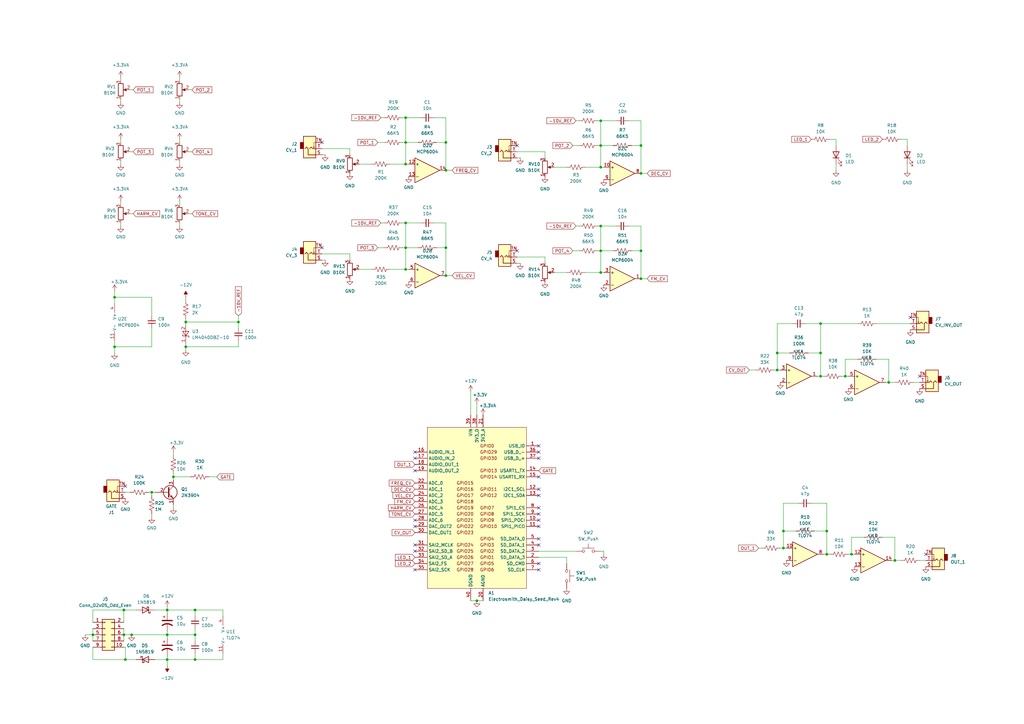
<source format=kicad_sch>
(kicad_sch (version 20231120) (generator "eeschema") (generator_version "8.0")
  (paper "A3")
  (title_block (title "DrumDrum") (date "2024-03-23"))
  (junction (at 80.01 250.19))
  (junction (at 339.09 217.805))
  (junction (at 262.89 59.69))
  (junction (at 262.89 114.3))
  (junction (at 38.1 260.35))
  (junction (at 262.89 102.87))
  (junction (at 46.99 142.24))
  (junction (at 246.38 59.69))
  (junction (at 166.37 58.42))
  (junction (at 182.88 101.6))
  (junction (at 50.8 250.19))
  (junction (at 166.37 110.49))
  (junction (at 97.79 132.08))
  (junction (at 53.975 260.35))
  (junction (at 80.01 260.35))
  (junction (at 80.01 270.51))
  (junction (at 321.31 217.805))
  (junction (at 262.89 71.12))
  (junction (at 318.77 144.78))
  (junction (at 336.55 154.305))
  (junction (at 349.25 227.33))
  (junction (at 336.55 144.78))
  (junction (at 246.38 111.76))
  (junction (at 336.55 132.715))
  (junction (at 68.58 260.35))
  (junction (at 46.99 121.92))
  (junction (at 364.49 156.845))
  (junction (at 50.8 260.35))
  (junction (at 166.37 48.26))
  (junction (at 76.2 132.08))
  (junction (at 195.58 246.38))
  (junction (at 246.38 68.58))
  (junction (at 367.03 229.87))
  (junction (at 76.2 142.24))
  (junction (at 68.58 270.51))
  (junction (at 62.23 201.93))
  (junction (at 246.38 92.71))
  (junction (at 339.09 227.33))
  (junction (at 71.12 195.58))
  (junction (at 166.37 101.6))
  (junction (at 246.38 102.87))
  (junction (at 346.71 154.305))
  (junction (at 318.77 151.765))
  (junction (at 182.88 58.42))
  (junction (at 166.37 67.31))
  (junction (at 68.58 250.19))
  (junction (at 166.37 91.44))
  (junction (at 246.38 49.53))
  (junction (at 321.31 224.79))
  (junction (at 51.435 270.51))
  (junction (at 182.88 113.03))
  (junction (at 182.88 69.85))
  (no_connect (at 132.08 58.42))
  (no_connect (at 170.18 185.42))
  (no_connect (at 220.98 213.36))
  (no_connect (at 220.98 200.66))
  (no_connect (at 220.98 223.52))
  (no_connect (at 170.18 193.04))
  (no_connect (at 379.73 227.33))
  (no_connect (at 170.18 215.9))
  (no_connect (at 170.18 223.52))
  (no_connect (at 220.98 208.28))
  (no_connect (at 220.98 233.68))
  (no_connect (at 220.98 210.82))
  (no_connect (at 170.18 233.68))
  (no_connect (at 377.19 154.305))
  (no_connect (at 373.38 130.175))
  (no_connect (at 220.98 231.14))
  (no_connect (at 212.09 59.69))
  (no_connect (at 170.18 187.96))
  (no_connect (at 220.98 195.58))
  (no_connect (at 220.98 220.98))
  (no_connect (at 132.08 101.6))
  (no_connect (at 220.98 182.88))
  (no_connect (at 170.18 226.06))
  (no_connect (at 212.09 102.87))
  (no_connect (at 220.98 203.2))
  (no_connect (at 220.98 215.9))
  (no_connect (at 220.98 187.96))
  (no_connect (at 220.98 185.42))
  (no_connect (at 170.18 213.36))
  (no_connect (at 51.435 199.39))
  (wire (pts (xy 53.975 260.35) (xy 68.58 260.35)))
  (wire (pts (xy 165.1 101.6) (xy 166.37 101.6)))
  (wire (pts (xy 334.01 217.805) (xy 339.09 217.805)))
  (wire (pts (xy 223.52 107.95) (xy 223.52 105.41)))
  (wire (pts (xy 336.55 154.305) (xy 337.82 154.305)))
  (wire (pts (xy 132.08 104.14) (xy 143.51 104.14)))
  (wire (pts (xy 367.03 229.87) (xy 365.76 229.87)))
  (wire (pts (xy 73.66 67.31) (xy 73.66 66.04)))
  (wire (pts (xy 262.89 114.3) (xy 265.43 114.3)))
  (wire (pts (xy 342.9 59.69) (xy 342.9 57.15)))
  (wire (pts (xy 133.35 106.68) (xy 132.08 106.68)))
  (wire (pts (xy 71.12 195.58) (xy 78.105 195.58)))
  (wire (pts (xy 321.31 224.79) (xy 322.58 224.79)))
  (wire (pts (xy 80.01 257.81) (xy 80.01 260.35)))
  (wire (pts (xy 80.01 250.19) (xy 68.58 250.19)))
  (wire (pts (xy 49.53 82.55) (xy 49.53 83.82)))
  (wire (pts (xy 321.31 217.805) (xy 321.31 224.79)))
  (wire (pts (xy 68.58 251.46) (xy 68.58 250.19)))
  (wire (pts (xy 143.51 63.5) (xy 143.51 60.96)))
  (wire (pts (xy 195.58 246.38) (xy 193.04 246.38)))
  (wire (pts (xy 91.44 267.97) (xy 91.44 270.51)))
  (wire (pts (xy 49.53 57.15) (xy 49.53 58.42)))
  (wire (pts (xy 166.37 91.44) (xy 166.37 101.6)))
  (wire (pts (xy 330.2 132.715) (xy 336.55 132.715)))
  (wire (pts (xy 223.52 64.77) (xy 223.52 62.23)))
  (wire (pts (xy 165.1 48.26) (xy 166.37 48.26)))
  (wire (pts (xy 307.34 151.765) (xy 309.88 151.765)))
  (wire (pts (xy 246.38 111.76) (xy 247.65 111.76)))
  (wire (pts (xy 346.71 154.305) (xy 347.98 154.305)))
  (wire (pts (xy 246.38 59.69) (xy 251.46 59.69)))
  (wire (pts (xy 247.65 226.06) (xy 246.38 226.06)))
  (wire (pts (xy 85.725 195.58) (xy 88.9 195.58)))
  (wire (pts (xy 246.38 102.87) (xy 251.46 102.87)))
  (wire (pts (xy 339.09 227.33) (xy 337.82 227.33)))
  (wire (pts (xy 367.03 229.87) (xy 369.57 229.87)))
  (wire (pts (xy 166.37 58.42) (xy 166.37 67.31)))
  (wire (pts (xy 327.66 206.375) (xy 321.31 206.375)))
  (wire (pts (xy 336.55 132.715) (xy 351.79 132.715)))
  (wire (pts (xy 97.79 142.24) (xy 76.2 142.24)))
  (wire (pts (xy 198.12 246.38) (xy 195.58 246.38)))
  (wire (pts (xy 262.89 102.87) (xy 259.08 102.87)))
  (wire (pts (xy 318.77 132.715) (xy 318.77 144.78)))
  (wire (pts (xy 166.37 48.26) (xy 166.37 58.42)))
  (wire (pts (xy 51.435 265.43) (xy 51.435 270.51)))
  (wire (pts (xy 62.23 203.2) (xy 62.23 201.93)))
  (wire (pts (xy 339.09 206.375) (xy 339.09 217.805)))
  (wire (pts (xy 346.71 147.32) (xy 346.71 154.305)))
  (wire (pts (xy 166.37 67.31) (xy 167.64 67.31)))
  (wire (pts (xy 257.81 49.53) (xy 262.89 49.53)))
  (wire (pts (xy 367.03 220.345) (xy 367.03 229.87)))
  (wire (pts (xy 359.41 147.32) (xy 364.49 147.32)))
  (wire (pts (xy 246.38 92.71) (xy 252.73 92.71)))
  (wire (pts (xy 364.49 156.845) (xy 367.03 156.845)))
  (wire (pts (xy 347.98 227.33) (xy 349.25 227.33)))
  (wire (pts (xy 68.58 270.51) (xy 68.58 273.05)))
  (wire (pts (xy 166.37 48.26) (xy 172.72 48.26)))
  (wire (pts (xy 232.41 228.6) (xy 232.41 231.14)))
  (wire (pts (xy 213.36 107.95) (xy 212.09 107.95)))
  (wire (pts (xy 50.8 257.81) (xy 50.8 260.35)))
  (wire (pts (xy 212.09 62.23) (xy 223.52 62.23)))
  (wire (pts (xy 262.89 71.12) (xy 265.43 71.12)))
  (wire (pts (xy 165.1 58.42) (xy 166.37 58.42)))
  (wire (pts (xy 246.38 49.53) (xy 252.73 49.53)))
  (wire (pts (xy 195.58 165.735) (xy 195.58 170.18)))
  (wire (pts (xy 182.88 58.42) (xy 179.07 58.42)))
  (wire (pts (xy 245.11 102.87) (xy 246.38 102.87)))
  (wire (pts (xy 46.99 142.24) (xy 62.23 142.24)))
  (wire (pts (xy 46.99 121.92) (xy 46.99 124.46)))
  (wire (pts (xy 364.49 156.845) (xy 363.22 156.845)))
  (wire (pts (xy 80.01 250.19) (xy 91.44 250.19)))
  (wire (pts (xy 220.98 228.6) (xy 232.41 228.6)))
  (wire (pts (xy 50.8 260.35) (xy 50.8 262.89)))
  (wire (pts (xy 50.8 265.43) (xy 51.435 265.43)))
  (wire (pts (xy 262.89 71.12) (xy 262.89 59.69)))
  (wire (pts (xy 49.53 92.71) (xy 49.53 91.44)))
  (wire (pts (xy 237.49 49.53) (xy 236.22 49.53)))
  (wire (pts (xy 73.66 41.91) (xy 73.66 40.64)))
  (wire (pts (xy 372.11 57.15) (xy 369.57 57.15)))
  (wire (pts (xy 166.37 91.44) (xy 172.72 91.44)))
  (wire (pts (xy 342.9 69.85) (xy 342.9 67.31)))
  (wire (pts (xy 349.25 227.33) (xy 350.52 227.33)))
  (wire (pts (xy 68.58 248.92) (xy 68.58 250.19)))
  (wire (pts (xy 245.11 59.69) (xy 246.38 59.69)))
  (wire (pts (xy 68.58 250.19) (xy 63.5 250.19)))
  (wire (pts (xy 165.1 91.44) (xy 166.37 91.44)))
  (wire (pts (xy 339.09 217.805) (xy 339.09 227.33)))
  (wire (pts (xy 354.33 220.345) (xy 349.25 220.345)))
  (wire (pts (xy 326.39 217.805) (xy 321.31 217.805)))
  (wire (pts (xy 80.01 267.97) (xy 80.01 270.51)))
  (wire (pts (xy 133.35 63.5) (xy 132.08 63.5)))
  (wire (pts (xy 97.79 139.7) (xy 97.79 142.24)))
  (wire (pts (xy 54.61 87.63) (xy 53.34 87.63)))
  (wire (pts (xy 361.95 220.345) (xy 367.03 220.345)))
  (wire (pts (xy 166.37 101.6) (xy 166.37 110.49)))
  (wire (pts (xy 80.01 270.51) (xy 68.58 270.51)))
  (wire (pts (xy 379.73 229.87) (xy 377.19 229.87)))
  (wire (pts (xy 193.04 160.655) (xy 193.04 170.18)))
  (wire (pts (xy 62.23 129.54) (xy 62.23 121.92)))
  (wire (pts (xy 78.74 36.83) (xy 77.47 36.83)))
  (wire (pts (xy 76.2 142.24) (xy 76.2 140.97)))
  (wire (pts (xy 262.89 92.71) (xy 262.89 102.87)))
  (wire (pts (xy 262.89 114.3) (xy 262.89 102.87)))
  (wire (pts (xy 76.2 123.19) (xy 76.2 121.92)))
  (wire (pts (xy 336.55 144.78) (xy 336.55 154.305)))
  (wire (pts (xy 213.36 64.77) (xy 212.09 64.77)))
  (wire (pts (xy 342.9 57.15) (xy 340.36 57.15)))
  (wire (pts (xy 46.99 144.78) (xy 46.99 142.24)))
  (wire (pts (xy 246.38 49.53) (xy 246.38 59.69)))
  (wire (pts (xy 359.41 132.715) (xy 373.38 132.715)))
  (wire (pts (xy 246.38 102.87) (xy 246.38 111.76)))
  (wire (pts (xy 46.99 119.38) (xy 46.99 121.92)))
  (wire (pts (xy 377.19 156.845) (xy 374.65 156.845)))
  (wire (pts (xy 50.8 260.35) (xy 53.975 260.35)))
  (wire (pts (xy 246.38 68.58) (xy 247.65 68.58)))
  (wire (pts (xy 166.37 58.42) (xy 171.45 58.42)))
  (wire (pts (xy 318.77 144.78) (xy 318.77 151.765)))
  (wire (pts (xy 318.77 151.765) (xy 320.04 151.765)))
  (wire (pts (xy 245.11 92.71) (xy 246.38 92.71)))
  (wire (pts (xy 245.11 49.53) (xy 246.38 49.53)))
  (wire (pts (xy 257.81 92.71) (xy 262.89 92.71)))
  (wire (pts (xy 38.1 257.81) (xy 38.1 260.35)))
  (wire (pts (xy 71.12 208.28) (xy 71.12 207.01)))
  (wire (pts (xy 177.8 91.44) (xy 182.88 91.44)))
  (wire (pts (xy 38.1 250.19) (xy 38.1 255.27)))
  (wire (pts (xy 49.53 67.31) (xy 49.53 66.04)))
  (wire (pts (xy 182.88 91.44) (xy 182.88 101.6)))
  (wire (pts (xy 336.55 154.305) (xy 335.28 154.305)))
  (wire (pts (xy 51.435 270.51) (xy 38.1 270.51)))
  (wire (pts (xy 240.03 111.76) (xy 246.38 111.76)))
  (wire (pts (xy 46.99 139.7) (xy 46.99 142.24)))
  (wire (pts (xy 38.1 260.35) (xy 38.1 262.89)))
  (wire (pts (xy 157.48 58.42) (xy 154.94 58.42)))
  (wire (pts (xy 177.8 48.26) (xy 182.88 48.26)))
  (wire (pts (xy 60.96 201.93) (xy 62.23 201.93)))
  (wire (pts (xy 73.66 31.75) (xy 73.66 33.02)))
  (wire (pts (xy 372.11 69.85) (xy 372.11 67.31)))
  (wire (pts (xy 227.33 68.58) (xy 232.41 68.58)))
  (wire (pts (xy 321.31 206.375) (xy 321.31 217.805)))
  (wire (pts (xy 247.65 227.33) (xy 247.65 226.06)))
  (wire (pts (xy 331.47 144.78) (xy 336.55 144.78)))
  (wire (pts (xy 237.49 102.87) (xy 234.95 102.87)))
  (wire (pts (xy 68.58 260.35) (xy 68.58 261.62)))
  (wire (pts (xy 80.01 252.73) (xy 80.01 250.19)))
  (wire (pts (xy 237.49 92.71) (xy 236.22 92.71)))
  (wire (pts (xy 78.74 87.63) (xy 77.47 87.63)))
  (wire (pts (xy 50.8 255.27) (xy 50.8 250.19)))
  (wire (pts (xy 339.09 227.33) (xy 340.36 227.33)))
  (wire (pts (xy 166.37 110.49) (xy 167.64 110.49)))
  (wire (pts (xy 166.37 101.6) (xy 171.45 101.6)))
  (wire (pts (xy 351.79 147.32) (xy 346.71 147.32)))
  (wire (pts (xy 80.01 260.35) (xy 80.01 262.89)))
  (wire (pts (xy 50.8 250.19) (xy 38.1 250.19)))
  (wire (pts (xy 46.99 121.92) (xy 62.23 121.92)))
  (wire (pts (xy 51.435 270.51) (xy 55.88 270.51)))
  (wire (pts (xy 49.53 41.91) (xy 49.53 40.64)))
  (wire (pts (xy 71.12 185.42) (xy 71.12 186.69)))
  (wire (pts (xy 320.04 224.79) (xy 321.31 224.79)))
  (wire (pts (xy 325.12 132.715) (xy 318.77 132.715)))
  (wire (pts (xy 160.02 110.49) (xy 166.37 110.49)))
  (wire (pts (xy 34.925 260.35) (xy 38.1 260.35)))
  (wire (pts (xy 78.74 62.23) (xy 77.47 62.23)))
  (wire (pts (xy 332.74 206.375) (xy 339.09 206.375)))
  (wire (pts (xy 76.2 132.08) (xy 76.2 130.81)))
  (wire (pts (xy 157.48 91.44) (xy 156.21 91.44)))
  (wire (pts (xy 372.11 59.69) (xy 372.11 57.15)))
  (wire (pts (xy 182.88 113.03) (xy 182.88 101.6)))
  (wire (pts (xy 63.5 270.51) (xy 68.58 270.51)))
  (wire (pts (xy 364.49 147.32) (xy 364.49 156.845)))
  (wire (pts (xy 38.1 270.51) (xy 38.1 265.43)))
  (wire (pts (xy 80.01 260.35) (xy 68.58 260.35)))
  (wire (pts (xy 62.23 201.93) (xy 63.5 201.93)))
  (wire (pts (xy 147.32 110.49) (xy 152.4 110.49)))
  (wire (pts (xy 68.58 269.24) (xy 68.58 270.51)))
  (wire (pts (xy 240.03 68.58) (xy 246.38 68.58)))
  (wire (pts (xy 71.12 195.58) (xy 71.12 196.85)))
  (wire (pts (xy 227.33 111.76) (xy 232.41 111.76)))
  (wire (pts (xy 62.23 134.62) (xy 62.23 142.24)))
  (wire (pts (xy 76.2 132.08) (xy 97.79 132.08)))
  (wire (pts (xy 311.15 224.79) (xy 312.42 224.79)))
  (wire (pts (xy 246.38 59.69) (xy 246.38 68.58)))
  (wire (pts (xy 73.66 82.55) (xy 73.66 83.82)))
  (wire (pts (xy 76.2 133.35) (xy 76.2 132.08)))
  (wire (pts (xy 336.55 132.715) (xy 336.55 144.78)))
  (wire (pts (xy 73.66 57.15) (xy 73.66 58.42)))
  (wire (pts (xy 51.435 201.93) (xy 53.34 201.93)))
  (wire (pts (xy 182.88 101.6) (xy 179.07 101.6)))
  (wire (pts (xy 132.08 60.96) (xy 143.51 60.96)))
  (wire (pts (xy 54.61 36.83) (xy 53.34 36.83)))
  (wire (pts (xy 71.12 194.31) (xy 71.12 195.58)))
  (wire (pts (xy 212.09 105.41) (xy 223.52 105.41)))
  (wire (pts (xy 220.98 226.06) (xy 236.22 226.06)))
  (wire (pts (xy 323.85 144.78) (xy 318.77 144.78)))
  (wire (pts (xy 182.88 69.85) (xy 185.42 69.85)))
  (wire (pts (xy 317.5 151.765) (xy 318.77 151.765)))
  (wire (pts (xy 182.88 113.03) (xy 185.42 113.03)))
  (wire (pts (xy 68.58 259.08) (xy 68.58 260.35)))
  (wire (pts (xy 246.38 92.71) (xy 246.38 102.87)))
  (wire (pts (xy 49.53 31.75) (xy 49.53 33.02)))
  (wire (pts (xy 50.8 250.19) (xy 55.88 250.19)))
  (wire (pts (xy 76.2 143.51) (xy 76.2 142.24)))
  (wire (pts (xy 157.48 48.26) (xy 156.21 48.26)))
  (wire (pts (xy 157.48 101.6) (xy 154.94 101.6)))
  (wire (pts (xy 80.01 270.51) (xy 91.44 270.51)))
  (wire (pts (xy 345.44 154.305) (xy 346.71 154.305)))
  (wire (pts (xy 262.89 49.53) (xy 262.89 59.69)))
  (wire (pts (xy 73.66 92.71) (xy 73.66 91.44)))
  (wire (pts (xy 97.79 134.62) (xy 97.79 132.08)))
  (wire (pts (xy 97.79 129.54) (xy 97.79 132.08)))
  (wire (pts (xy 54.61 62.23) (xy 53.34 62.23)))
  (wire (pts (xy 237.49 59.69) (xy 234.95 59.69)))
  (wire (pts (xy 349.25 220.345) (xy 349.25 227.33)))
  (wire (pts (xy 62.23 212.09) (xy 62.23 210.82)))
  (wire (pts (xy 182.88 48.26) (xy 182.88 58.42)))
  (wire (pts (xy 143.51 106.68) (xy 143.51 104.14)))
  (wire (pts (xy 262.89 59.69) (xy 259.08 59.69)))
  (wire (pts (xy 160.02 67.31) (xy 166.37 67.31)))
  (wire (pts (xy 147.32 67.31) (xy 152.4 67.31)))
  (wire (pts (xy 91.44 250.19) (xy 91.44 252.73)))
  (wire (pts (xy 182.88 69.85) (xy 182.88 58.42)))
  (global_label "OUT_1" (shape input) (at 170.18 190.5 180) (property "Intersheetrefs" "${INTERSHEET_REFS}" (effects (hide yes))))
  (global_label "POT_3" (shape input) (at 154.94 101.6 180) (property "Intersheetrefs" "${INTERSHEET_REFS}" (effects (hide yes))))
  (global_label "HARM_CV" (shape input) (at 170.18 208.28 180) (property "Intersheetrefs" "${INTERSHEET_REFS}" (effects (hide yes))))
  (global_label "-10V_REF" (shape input) (at 236.22 92.71 180) (property "Intersheetrefs" "${INTERSHEET_REFS}" (effects (hide yes))))
  (global_label "GATE" (shape input) (at 220.98 193.04 0) (property "Intersheetrefs" "${INTERSHEET_REFS}" (effects (hide yes))))
  (global_label "-10V_REF" (shape input) (at 236.22 49.53 180) (property "Intersheetrefs" "${INTERSHEET_REFS}" (effects (hide yes))))
  (global_label "HARM_CV" (shape input) (at 54.61 87.63 0) (property "Intersheetrefs" "${INTERSHEET_REFS}" (effects (hide yes))))
  (global_label "FM_CV" (shape input) (at 265.43 114.3 0) (property "Intersheetrefs" "${INTERSHEET_REFS}" (effects (hide yes))))
  (global_label "-10V_REF" (shape input) (at 156.21 48.26 180) (property "Intersheetrefs" "${INTERSHEET_REFS}" (effects (hide yes))))
  (global_label "POT_4" (shape input) (at 78.74 62.23 0) (property "Intersheetrefs" "${INTERSHEET_REFS}" (effects (hide yes))))
  (global_label "LED_1" (shape input) (at 332.74 57.15 180) (property "Intersheetrefs" "${INTERSHEET_REFS}" (effects (hide yes))))
  (global_label "POT_3" (shape input) (at 54.61 62.23 0) (property "Intersheetrefs" "${INTERSHEET_REFS}" (effects (hide yes))))
  (global_label "FM_CV" (shape input) (at 170.18 205.74 180) (property "Intersheetrefs" "${INTERSHEET_REFS}" (effects (hide yes))))
  (global_label "POT_4" (shape input) (at 234.95 102.87 180) (property "Intersheetrefs" "${INTERSHEET_REFS}" (effects (hide yes))))
  (global_label "OUT_1" (shape input) (at 311.15 224.79 180) (property "Intersheetrefs" "${INTERSHEET_REFS}" (effects (hide yes))))
  (global_label "POT_1" (shape input) (at 54.61 36.83 0) (property "Intersheetrefs" "${INTERSHEET_REFS}" (effects (hide yes))))
  (global_label "LED_1" (shape input) (at 170.18 228.6 180) (property "Intersheetrefs" "${INTERSHEET_REFS}" (effects (hide yes))))
  (global_label "-10V_REF" (shape input) (at 97.79 129.54 90) (property "Intersheetrefs" "${INTERSHEET_REFS}" (effects (hide yes))))
  (global_label "DEC_CV" (shape input) (at 170.18 200.66 180) (property "Intersheetrefs" "${INTERSHEET_REFS}" (effects (hide yes))))
  (global_label "TONE_CV" (shape input) (at 170.18 210.82 180) (property "Intersheetrefs" "${INTERSHEET_REFS}" (effects (hide yes))))
  (global_label "POT_1" (shape input) (at 154.94 58.42 180) (property "Intersheetrefs" "${INTERSHEET_REFS}" (effects (hide yes))))
  (global_label "POT_2" (shape input) (at 78.74 36.83 0) (property "Intersheetrefs" "${INTERSHEET_REFS}" (effects (hide yes))))
  (global_label "TONE_CV" (shape input) (at 78.74 87.63 0) (property "Intersheetrefs" "${INTERSHEET_REFS}" (effects (hide yes))))
  (global_label "LED_2" (shape input) (at 361.95 57.15 180) (property "Intersheetrefs" "${INTERSHEET_REFS}" (effects (hide yes))))
  (global_label "LED_2" (shape input) (at 170.18 231.14 180) (property "Intersheetrefs" "${INTERSHEET_REFS}" (effects (hide yes))))
  (global_label "FREQ_CV" (shape input) (at 170.18 198.12 180) (property "Intersheetrefs" "${INTERSHEET_REFS}" (effects (hide yes))))
  (global_label "DEC_CV" (shape input) (at 265.43 71.12 0) (property "Intersheetrefs" "${INTERSHEET_REFS}" (effects (hide yes))))
  (global_label "-10V_REF" (shape input) (at 156.21 91.44 180) (property "Intersheetrefs" "${INTERSHEET_REFS}" (effects (hide yes))))
  (global_label "VEL_CV" (shape input) (at 185.42 113.03 0) (property "Intersheetrefs" "${INTERSHEET_REFS}" (effects (hide yes))))
  (global_label "CV_OUT" (shape input) (at 307.34 151.765 180) (property "Intersheetrefs" "${INTERSHEET_REFS}" (effects (hide yes))))
  (global_label "FREQ_CV" (shape input) (at 185.42 69.85 0) (property "Intersheetrefs" "${INTERSHEET_REFS}" (effects (hide yes))))
  (global_label "VEL_CV" (shape input) (at 170.18 203.2 180) (property "Intersheetrefs" "${INTERSHEET_REFS}" (effects (hide yes))))
  (global_label "POT_2" (shape input) (at 234.95 59.69 180) (property "Intersheetrefs" "${INTERSHEET_REFS}" (effects (hide yes))))
  (global_label "GATE" (shape input) (at 88.9 195.58 0) (property "Intersheetrefs" "${INTERSHEET_REFS}" (effects (hide yes))))
  (global_label "CV_OUT" (shape input) (at 170.18 218.44 180) (property "Intersheetrefs" "${INTERSHEET_REFS}" (effects (hide yes))))
  (symbol (lib_id "Device:C_Polarized_US") (at 68.58 255.27 0) (unit 1)
    (property "Reference" "C5" (at 72.39 253.365 0) (effects (justify left)))
    (property "Value" "10u" (at 72.39 255.905 0) (effects (justify left)))
    (property "Footprint" "Capacitor_SMD:C_0805_2012Metric_Pad1.18x1.45mm_HandSolder" (effects (hide yes)))
  )
  (symbol (lib_id "Device:R_US") (at 255.27 102.87 90) (unit 1)
    (property "Reference" "R51" (at 255.27 96.52 90))
    (property "Value" "66K5" (at 255.27 99.06 90))
    (property "Footprint" "Resistor_THT:R_Axial_DIN0207_L6.3mm_D2.5mm_P7.62mm_Horizontal" (effects (hide yes)))
  )
  (symbol (lib_id "power:+3.3VA") (at 49.53 82.55 0) (unit 1)
    (property "Reference" "#PWR042" (effects (hide yes)))
    (property "Value" "+3.3VA" (at 49.53 77.47 0))
  )
  (symbol (lib_id "Device:R_US") (at 373.38 229.87 90) (unit 1)
    (property "Reference" "R20" (at 373.38 224.155 90))
    (property "Value" "1K" (at 373.38 226.695 90))
    (property "Footprint" "Resistor_THT:R_Axial_DIN0207_L6.3mm_D2.5mm_P7.62mm_Horizontal" (effects (hide yes)))
  )
  (symbol (lib_id "Device:LED") (at 342.9 63.5 90) (unit 1)
    (property "Reference" "D1" (at 346.71 63.8174 90) (effects (justify right)))
    (property "Value" "LED" (at 346.71 66.3574 90) (effects (justify right)))
    (property "Footprint" "LED_THT:LED_D3.0mm_Clear" (effects (hide yes)))
    (property "Description" "Light emitting diode" (effects (hide yes)))
  )
  (symbol (lib_id "Device:R_US") (at 161.29 58.42 90) (unit 1)
    (property "Reference" "R2" (at 161.29 52.07 90))
    (property "Value" "66K5" (at 161.29 54.61 90))
    (property "Footprint" "Resistor_THT:R_Axial_DIN0207_L6.3mm_D2.5mm_P7.62mm_Horizontal" (effects (hide yes)))
  )
  (symbol (lib_id "Device:C_Small") (at 255.27 49.53 270) (unit 1)
    (property "Reference" "C2" (at 255.2636 43.18 90))
    (property "Value" "10n" (at 255.2636 45.72 90))
    (property "Footprint" "Capacitor_SMD:C_0805_2012Metric_Pad1.18x1.45mm_HandSolder" (effects (hide yes)))
  )
  (symbol (lib_id "Device:R_US") (at 62.23 207.01 0) (unit 1)
    (property "Reference" "R25" (at 63.5 206.375 0) (effects (justify left)))
    (property "Value" "1M" (at 63.5 208.915 0) (effects (justify left)))
    (property "Footprint" "Resistor_THT:R_Axial_DIN0207_L6.3mm_D2.5mm_P7.62mm_Horizontal" (effects (hide yes)))
  )
  (symbol (lib_id "Amplifier_Operational:TL074") (at 327.66 154.305 0) (unit 1)
    (property "Reference" "U1" (at 327.66 144.145 0))
    (property "Value" "TL074" (at 327.66 146.685 0))
    (property "Footprint" "Package_DIP:DIP-14_W7.62mm_Socket_LongPads" (effects (hide yes)))
    (property "Datasheet" "http://www.ti.com/lit/ds/symlink/tl071.pdf" (effects (hide yes)))
    (property "Description" "Quad Low-Noise JFET-Input Operational Amplifiers, DIP-14/SOIC-14" (effects (hide yes)))
  )
  (symbol (lib_id "Amplifier_Operational:TL074") (at 358.14 229.87 0) (unit 4)
    (property "Reference" "U1" (at 358.14 219.71 0))
    (property "Value" "TL074" (at 358.14 222.25 0))
    (property "Footprint" "Package_DIP:DIP-14_W7.62mm_Socket_LongPads" (effects (hide yes)))
    (property "Datasheet" "http://www.ti.com/lit/ds/symlink/tl071.pdf" (effects (hide yes)))
    (property "Description" "Quad Low-Noise JFET-Input Operational Amplifiers, DIP-14/SOIC-14" (effects (hide yes)))
  )
  (symbol (lib_id "power:GND") (at 342.9 69.85 0) (unit 1)
    (property "Reference" "#PWR040" (effects (hide yes)))
    (property "Value" "GND" (at 342.9 74.93 0))
  )
  (symbol (lib_id "Device:R_Potentiometer") (at 73.66 62.23 0) (mirror x) (unit 1)
    (property "Reference" "RV4" (at 71.12 60.96 0) (effects (justify right)))
    (property "Value" "B10K" (at 71.12 63.5 0) (effects (justify right)))
    (property "Footprint" "Potentiometer_THT:Potentiometer_TT_P0915N" (effects (hide yes)))
  )
  (symbol (lib_id "Device:C_Small") (at 80.01 255.27 180) (unit 1)
    (property "Reference" "C7" (at 82.55 253.9936 0) (effects (justify right)))
    (property "Value" "100n" (at 82.55 256.5336 0) (effects (justify right)))
    (property "Footprint" "Capacitor_SMD:C_0805_2012Metric_Pad1.18x1.45mm_HandSolder" (effects (hide yes)))
  )
  (symbol (lib_id "Device:R_US") (at 370.84 156.845 90) (unit 1)
    (property "Reference" "R40" (at 370.84 151.13 90))
    (property "Value" "1K" (at 370.84 153.67 90))
    (property "Footprint" "Resistor_THT:R_Axial_DIN0207_L6.3mm_D2.5mm_P7.62mm_Horizontal" (effects (hide yes)))
  )
  (symbol (lib_id "Device:R_US") (at 241.3 49.53 90) (unit 1)
    (property "Reference" "R5" (at 241.3 43.18 90))
    (property "Value" "200K" (at 241.3 45.72 90))
    (property "Footprint" "Resistor_THT:R_Axial_DIN0207_L6.3mm_D2.5mm_P7.62mm_Horizontal" (effects (hide yes)))
  )
  (symbol (lib_id "power:GND") (at 73.66 92.71 0) (unit 1)
    (property "Reference" "#PWR045" (effects (hide yes)))
    (property "Value" "GND" (at 73.66 97.155 0))
  )
  (symbol (lib_id "power:GND") (at 143.51 71.12 0) (unit 1)
    (property "Reference" "#PWR067" (effects (hide yes)))
    (property "Value" "GND" (at 143.51 76.2 0))
  )
  (symbol (lib_id "Transistor_BJT:2N3904") (at 68.58 201.93 0) (unit 1)
    (property "Reference" "Q1" (at 74.295 200.66 0) (effects (justify left)))
    (property "Value" "2N3904" (at 74.295 203.2 0) (effects (justify left)))
    (property "Footprint" "Package_TO_SOT_THT:TO-92_Inline" (effects (hide yes)))
    (property "Datasheet" "https://www.onsemi.com/pub/Collateral/2N3903-D.PDF" (effects (hide yes)))
  )
  (symbol (lib_id "power:GND") (at 195.58 246.38 0) (unit 1)
    (property "Reference" "#PWR02" (effects (hide yes)))
    (property "Value" "GND" (at 195.58 251.46 0))
  )
  (symbol (lib_id "Device:R_US") (at 161.29 101.6 90) (unit 1)
    (property "Reference" "R46" (at 161.29 95.25 90))
    (property "Value" "66K5" (at 161.29 97.79 90))
    (property "Footprint" "Resistor_THT:R_Axial_DIN0207_L6.3mm_D2.5mm_P7.62mm_Horizontal" (effects (hide yes)))
  )
  (symbol (lib_id "power:GND") (at 377.19 159.385 0) (unit 1)
    (property "Reference" "#PWR050" (effects (hide yes)))
    (property "Value" "GND" (at 377.19 164.465 0))
  )
  (symbol (lib_id "Device:C_Small") (at 80.01 265.43 180) (unit 1)
    (property "Reference" "C8" (at 82.55 264.1536 0) (effects (justify right)))
    (property "Value" "100n" (at 82.55 266.6936 0) (effects (justify right)))
    (property "Footprint" "Capacitor_SMD:C_0805_2012Metric_Pad1.18x1.45mm_HandSolder" (effects (hide yes)))
  )
  (symbol (lib_id "Device:C_Polarized_US") (at 68.58 265.43 0) (unit 1)
    (property "Reference" "C6" (at 72.39 263.525 0) (effects (justify left)))
    (property "Value" "10u" (at 72.39 266.065 0) (effects (justify left)))
    (property "Footprint" "Capacitor_SMD:C_0805_2012Metric_Pad1.18x1.45mm_HandSolder" (effects (hide yes)))
  )
  (symbol (lib_id "Device:R_US") (at 365.76 57.15 90) (unit 1)
    (property "Reference" "R18" (at 365.76 51.435 90))
    (property "Value" "10K" (at 365.76 53.975 90))
    (property "Footprint" "Resistor_THT:R_Axial_DIN0207_L6.3mm_D2.5mm_P7.62mm_Horizontal" (effects (hide yes)))
  )
  (symbol (lib_id "Device:R_US") (at 57.15 201.93 90) (unit 1)
    (property "Reference" "R24" (at 57.15 195.58 90))
    (property "Value" "100K" (at 57.15 198.12 90))
    (property "Footprint" "Resistor_THT:R_Axial_DIN0207_L6.3mm_D2.5mm_P7.62mm_Horizontal" (effects (hide yes)))
  )
  (symbol (lib_id "power:GND") (at 53.975 260.35 0) (unit 1)
    (property "Reference" "#PWR026" (effects (hide yes)))
    (property "Value" "GND" (at 53.975 264.795 0))
  )
  (symbol (lib_id "power:GND") (at 49.53 67.31 0) (unit 1)
    (property "Reference" "#PWR024" (effects (hide yes)))
    (property "Value" "GND" (at 49.53 71.755 0))
  )
  (symbol (lib_id "Amplifier_Operational:MCP6004") (at 175.26 113.03 0) (unit 2)
    (property "Reference" "U2" (at 175.26 102.87 0))
    (property "Value" "MCP6004" (at 175.26 105.41 0))
    (property "Footprint" "Package_DIP:DIP-14_W7.62mm_Socket_LongPads" (effects (hide yes)))
    (property "Datasheet" "http://ww1.microchip.com/downloads/en/DeviceDoc/21733j.pdf" (effects (hide yes)))
    (property "Description" "1MHz, Low-Power Op Amp, DIP-14/SOIC-14/TSSOP-14" (effects (hide yes)))
  )
  (symbol (lib_id "Device:R_US") (at 341.63 154.305 90) (unit 1)
    (property "Reference" "R38" (at 341.63 147.955 90))
    (property "Value" "10K" (at 341.63 150.495 90))
    (property "Footprint" "Resistor_THT:R_Axial_DIN0207_L6.3mm_D2.5mm_P7.62mm_Horizontal" (effects (hide yes)))
  )
  (symbol (lib_id "Device:C_Small") (at 97.79 137.16 180) (unit 1)
    (property "Reference" "C11" (at 100.33 135.8836 0) (effects (justify right)))
    (property "Value" "100n" (at 100.33 138.4236 0) (effects (justify right)))
    (property "Footprint" "Capacitor_SMD:C_0805_2012Metric_Pad1.18x1.45mm_HandSolder" (effects (hide yes)))
  )
  (symbol (lib_id "Device:R_US") (at 255.27 59.69 90) (unit 1)
    (property "Reference" "R7" (at 255.27 53.34 90))
    (property "Value" "66K5" (at 255.27 55.88 90))
    (property "Footprint" "Resistor_THT:R_Axial_DIN0207_L6.3mm_D2.5mm_P7.62mm_Horizontal" (effects (hide yes)))
  )
  (symbol (lib_id "Device:C_Small") (at 330.2 206.375 90) (unit 1)
    (property "Reference" "C4" (at 330.2063 200.025 90))
    (property "Value" "47p" (at 330.2063 202.565 90))
    (property "Footprint" "Capacitor_SMD:C_0805_2012Metric_Pad1.18x1.45mm_HandSolder" (effects (hide yes)))
  )
  (symbol (lib_id "Device:C_Small") (at 175.26 48.26 270) (unit 1)
    (property "Reference" "C1" (at 175.2536 41.91 90))
    (property "Value" "10n" (at 175.2536 44.45 90))
    (property "Footprint" "Capacitor_SMD:C_0805_2012Metric_Pad1.18x1.45mm_HandSolder" (effects (hide yes)))
  )
  (symbol (lib_id "MCU_Module:Electrosmith_Daisy_Seed_Rev4") (at 195.58 208.28 0) (unit 1)
    (property "Reference" "A1" (at 200.3141 243.205 0) (effects (justify left)))
    (property "Value" "Electrosmith_Daisy_Seed_Rev4" (at 200.3141 245.745 0) (effects (justify left)))
    (property "Footprint" "Module:Electrosmith_Daisy_Seed" (effects (hide yes)))
    (property "Datasheet" "https://static1.squarespace.com/static/58d03fdc1b10e3bf442567b8/t/6227e6236f02fb68d1577146/1646781988478/Daisy_Seed_datasheet_v1.0.3.pdf" (effects (hide yes)))
  )
  (symbol (lib_id "Amplifier_Operational:TL074") (at 93.98 260.35 0) (unit 5)
    (property "Reference" "U1" (at 92.71 259.0799 0) (effects (justify left)))
    (property "Value" "TL074" (at 92.71 261.6199 0) (effects (justify left)))
    (property "Footprint" "Package_DIP:DIP-14_W7.62mm_Socket_LongPads" (effects (hide yes)))
    (property "Datasheet" "http://www.ti.com/lit/ds/symlink/tl071.pdf" (effects (hide yes)))
    (property "Description" "Quad Low-Noise JFET-Input Operational Amplifiers, DIP-14/SOIC-14" (effects (hide yes)))
  )
  (symbol (lib_id "power:+3.3VA") (at 46.99 119.38 0) (unit 1)
    (property "Reference" "#PWR013" (effects (hide yes)))
    (property "Value" "+3.3VA" (at 48.895 115.57 0))
  )
  (symbol (lib_id "power:+3.3VA") (at 73.66 57.15 0) (unit 1)
    (property "Reference" "#PWR011" (effects (hide yes)))
    (property "Value" "+3.3VA" (at 73.66 52.07 0))
  )
  (symbol (lib_id "Device:R_US") (at 161.29 91.44 90) (unit 1)
    (property "Reference" "R37" (at 161.29 85.09 90))
    (property "Value" "200K" (at 161.29 87.63 90))
    (property "Footprint" "Resistor_THT:R_Axial_DIN0207_L6.3mm_D2.5mm_P7.62mm_Horizontal" (effects (hide yes)))
  )
  (symbol (lib_id "power:+12V") (at 68.58 248.92 0) (unit 1)
    (property "Reference" "#PWR028" (effects (hide yes)))
    (property "Value" "+12V" (at 68.58 244.475 0))
  )
  (symbol (lib_id "Device:R_US") (at 358.14 220.345 90) (unit 1)
    (property "Reference" "R12" (at 358.14 214.63 90))
    (property "Value" "10K" (at 358.14 217.17 90))
    (property "Footprint" "Resistor_THT:R_Axial_DIN0207_L6.3mm_D2.5mm_P7.62mm_Horizontal" (effects (hide yes)))
  )
  (symbol (lib_id "power:GND") (at 143.51 114.3 0) (unit 1)
    (property "Reference" "#PWR061" (effects (hide yes)))
    (property "Value" "GND" (at 143.51 119.38 0))
  )
  (symbol (lib_id "Device:R_US") (at 236.22 68.58 270) (unit 1)
    (property "Reference" "R3" (at 236.22 71.755 90))
    (property "Value" "200K" (at 236.22 74.295 90))
    (property "Footprint" "Resistor_THT:R_Axial_DIN0207_L6.3mm_D2.5mm_P7.62mm_Horizontal" (effects (hide yes)))
  )
  (symbol (lib_id "power:+3.3VA") (at 198.12 170.18 0) (unit 1)
    (property "Reference" "#PWR014" (effects (hide yes)))
    (property "Value" "+3.3VA" (at 200.025 166.37 0))
  )
  (symbol (lib_id "Device:R_US") (at 175.26 101.6 90) (unit 1)
    (property "Reference" "R47" (at 175.26 95.25 90))
    (property "Value" "66K5" (at 175.26 97.79 90))
    (property "Footprint" "Resistor_THT:R_Axial_DIN0207_L6.3mm_D2.5mm_P7.62mm_Horizontal" (effects (hide yes)))
  )
  (symbol (lib_id "power:+3.3VA") (at 49.53 57.15 0) (unit 1)
    (property "Reference" "#PWR021" (effects (hide yes)))
    (property "Value" "+3.3VA" (at 49.53 52.07 0))
  )
  (symbol (lib_id "power:-12V") (at 76.2 121.92 0) (unit 1)
    (property "Reference" "#PWR017" (effects (hide yes)))
    (property "Value" "-12V" (at 76.2 116.84 0))
    (property "Description" "Power symbol creates a global label with name \"-12V\"" (effects (hide yes)))
  )
  (symbol (lib_id "power:GND") (at 213.36 64.77 0) (unit 1)
    (property "Reference" "#PWR04" (effects (hide yes)))
    (property "Value" "GND" (at 213.36 69.85 0))
  )
  (symbol (lib_id "Device:R_US") (at 241.3 102.87 90) (unit 1)
    (property "Reference" "R50" (at 241.3 96.52 90))
    (property "Value" "66K5" (at 241.3 99.06 90))
    (property "Footprint" "Resistor_THT:R_Axial_DIN0207_L6.3mm_D2.5mm_P7.62mm_Horizontal" (effects (hide yes)))
  )
  (symbol (lib_id "Device:R_US") (at 156.21 67.31 270) (unit 1)
    (property "Reference" "R1" (at 156.21 70.485 90))
    (property "Value" "200K" (at 156.21 73.025 90))
    (property "Footprint" "Resistor_THT:R_Axial_DIN0207_L6.3mm_D2.5mm_P7.62mm_Horizontal" (effects (hide yes)))
  )
  (symbol (lib_id "power:GND") (at 51.435 204.47 0) (unit 1)
    (property "Reference" "#PWR031" (effects (hide yes)))
    (property "Value" "GND" (at 51.435 208.915 0))
  )
  (symbol (lib_id "Switch:SW_Push") (at 241.3 226.06 0) (unit 1)
    (property "Reference" "SW2" (at 241.3 218.44 0))
    (property "Value" "SW_Push" (at 241.3 220.98 0))
  )
  (symbol (lib_id "Connector_Audio:AudioJack2_SwitchT") (at 127 104.14 0) (mirror x) (unit 1)
    (property "Reference" "J4" (at 121.92 102.2349 0) (effects (justify right)))
    (property "Value" "CV_3" (at 121.92 104.7749 0) (effects (justify right)))
  )
  (symbol (lib_id "Device:R_Potentiometer") (at 223.52 68.58 0) (mirror x) (unit 1)
    (property "Reference" "RV10" (at 221.615 67.31 0) (effects (justify right)))
    (property "Value" "B10K" (at 221.615 69.85 0) (effects (justify right)))
    (property "Footprint" "Potentiometer_THT:Potentiometer_TT_P0915N" (effects (hide yes)))
  )
  (symbol (lib_id "power:-12V") (at 68.58 273.05 180) (unit 1)
    (property "Reference" "#PWR016" (effects (hide yes)))
    (property "Value" "-12V" (at 68.58 278.13 0))
    (property "Description" "Power symbol creates a global label with name \"-12V\"" (effects (hide yes)))
  )
  (symbol (lib_id "Device:R_US") (at 355.6 132.715 90) (unit 1)
    (property "Reference" "R13" (at 355.6 127 90))
    (property "Value" "1K" (at 355.6 129.54 90))
    (property "Footprint" "Resistor_THT:R_Axial_DIN0207_L6.3mm_D2.5mm_P7.62mm_Horizontal" (effects (hide yes)))
  )
  (symbol (lib_id "power:GND") (at 34.925 260.35 0) (unit 1)
    (property "Reference" "#PWR027" (effects (hide yes)))
    (property "Value" "GND" (at 34.925 264.795 0))
  )
  (symbol (lib_id "power:GND") (at 76.2 143.51 0) (unit 1)
    (property "Reference" "#PWR030" (effects (hide yes)))
    (property "Value" "GND" (at 76.2 148.59 0))
  )
  (symbol (lib_id "power:GND") (at 133.35 106.68 0) (unit 1)
    (property "Reference" "#PWR060" (effects (hide yes)))
    (property "Value" "GND" (at 133.35 111.76 0))
  )
  (symbol (lib_id "Device:LED") (at 372.11 63.5 90) (unit 1)
    (property "Reference" "D2" (at 375.92 63.8174 90) (effects (justify right)))
    (property "Value" "LED" (at 375.92 66.3574 90) (effects (justify right)))
    (property "Footprint" "LED_THT:LED_D3.0mm_Clear" (effects (hide yes)))
    (property "Description" "Light emitting diode" (effects (hide yes)))
  )
  (symbol (lib_id "Device:R_US") (at 71.12 190.5 0) (unit 1)
    (property "Reference" "R26" (at 72.39 189.865 0) (effects (justify left)))
    (property "Value" "10K" (at 72.39 192.405 0) (effects (justify left)))
    (property "Footprint" "Resistor_THT:R_Axial_DIN0207_L6.3mm_D2.5mm_P7.62mm_Horizontal" (effects (hide yes)))
  )
  (symbol (lib_id "Device:R_Potentiometer") (at 49.53 87.63 0) (mirror x) (unit 1)
    (property "Reference" "RV5" (at 47.625 86.36 0) (effects (justify right)))
    (property "Value" "B10K" (at 47.625 88.9 0) (effects (justify right)))
    (property "Footprint" "Potentiometer_THT:Potentiometer_TT_P0915N" (effects (hide yes)))
  )
  (symbol (lib_id "Device:R_US") (at 330.2 217.805 90) (unit 1)
    (property "Reference" "R10" (at 330.2 212.09 90))
    (property "Value" "100K" (at 330.2 214.63 90))
    (property "Footprint" "Resistor_THT:R_Axial_DIN0207_L6.3mm_D2.5mm_P7.62mm_Horizontal" (effects (hide yes)))
  )
  (symbol (lib_id "power:GND") (at 322.58 229.87 0) (unit 1)
    (property "Reference" "#PWR08" (effects (hide yes)))
    (property "Value" "GND" (at 322.58 234.95 0))
  )
  (symbol (lib_id "Connector_Audio:AudioJack2_SwitchT") (at 207.01 62.23 0) (mirror x) (unit 1)
    (property "Reference" "J3" (at 201.93 60.3249 0) (effects (justify right)))
    (property "Value" "CV_2" (at 201.93 62.8649 0) (effects (justify right)))
  )
  (symbol (lib_id "power:GND") (at 49.53 92.71 0) (unit 1)
    (property "Reference" "#PWR043" (effects (hide yes)))
    (property "Value" "GND" (at 49.53 97.155 0))
  )
  (symbol (lib_id "Amplifier_Operational:TL074") (at 330.2 227.33 0) (unit 3)
    (property "Reference" "U1" (at 330.2 217.17 0))
    (property "Value" "TL074" (at 330.2 219.71 0))
    (property "Footprint" "Package_DIP:DIP-14_W7.62mm_Socket_LongPads" (effects (hide yes)))
    (property "Datasheet" "http://www.ti.com/lit/ds/symlink/tl071.pdf" (effects (hide yes)))
    (property "Description" "Quad Low-Noise JFET-Input Operational Amplifiers, DIP-14/SOIC-14" (effects (hide yes)))
  )
  (symbol (lib_id "Diode:1N5819") (at 59.69 250.19 180) (unit 1)
    (property "Reference" "D6" (at 60.0075 244.475 0))
    (property "Value" "1N5819" (at 60.0075 247.015 0))
    (property "Footprint" "Diode_THT:D_DO-41_SOD81_P10.16mm_Horizontal" (effects (hide yes)))
    (property "Datasheet" "http://www.vishay.com/docs/88525/1n5817.pdf" (effects (hide yes)))
  )
  (symbol (lib_id "Device:R_US") (at 355.6 147.32 90) (unit 1)
    (property "Reference" "R39" (at 355.6 141.605 90))
    (property "Value" "10K" (at 355.6 144.145 90))
    (property "Footprint" "Resistor_THT:R_Axial_DIN0207_L6.3mm_D2.5mm_P7.62mm_Horizontal" (effects (hide yes)))
  )
  (symbol (lib_id "Device:C_Small") (at 255.27 92.71 270) (unit 1)
    (property "Reference" "C16" (at 255.2636 86.36 90))
    (property "Value" "10n" (at 255.2636 88.9 90))
    (property "Footprint" "Capacitor_SMD:C_0805_2012Metric_Pad1.18x1.45mm_HandSolder" (effects (hide yes)))
  )
  (symbol (lib_id "power:GND") (at 49.53 41.91 0) (unit 1)
    (property "Reference" "#PWR025" (effects (hide yes)))
    (property "Value" "GND" (at 49.53 46.355 0))
  )
  (symbol (lib_id "Device:R_US") (at 175.26 58.42 90) (unit 1)
    (property "Reference" "R4" (at 175.26 52.07 90))
    (property "Value" "66K5" (at 175.26 54.61 90))
    (property "Footprint" "Resistor_THT:R_Axial_DIN0207_L6.3mm_D2.5mm_P7.62mm_Horizontal" (effects (hide yes)))
  )
  (symbol (lib_id "power:GND") (at 73.66 67.31 0) (unit 1)
    (property "Reference" "#PWR012" (effects (hide yes)))
    (property "Value" "GND" (at 73.66 71.755 0))
  )
  (symbol (lib_id "power:GND") (at 247.65 227.33 0) (unit 1)
    (property "Reference" "#PWR010" (effects (hide yes)))
    (property "Value" "GND" (at 247.65 232.41 0))
  )
  (symbol (lib_id "Connector_Audio:AudioJack2_SwitchT") (at 382.27 156.845 180) (unit 1)
    (property "Reference" "J6" (at 387.35 154.9399 0) (effects (justify right)))
    (property "Value" "CV_OUT" (at 387.35 157.4799 0) (effects (justify right)))
  )
  (symbol (lib_id "Connector_Audio:AudioJack2_SwitchT") (at 378.46 132.715 180) (unit 1)
    (property "Reference" "J7" (at 383.54 130.8099 0) (effects (justify right)))
    (property "Value" "CV_INV_OUT" (at 383.54 133.3499 0) (effects (justify right)))
  )
  (symbol (lib_id "Device:R_Potentiometer") (at 143.51 110.49 0) (mirror x) (unit 1)
    (property "Reference" "RV13" (at 141.605 109.22 0) (effects (justify right)))
    (property "Value" "B10K" (at 141.605 111.76 0) (effects (justify right)))
    (property "Footprint" "Potentiometer_THT:Potentiometer_TT_P0915N" (effects (hide yes)))
  )
  (symbol (lib_id "Device:R_Potentiometer") (at 143.51 67.31 0) (mirror x) (unit 1)
    (property "Reference" "RV9" (at 141.605 66.04 0) (effects (justify right)))
    (property "Value" "B10K" (at 141.605 68.58 0) (effects (justify right)))
    (property "Footprint" "Potentiometer_THT:Potentiometer_TT_P0915N" (effects (hide yes)))
  )
  (symbol (lib_id "power:+3.3VA") (at 49.53 31.75 0) (unit 1)
    (property "Reference" "#PWR020" (effects (hide yes)))
    (property "Value" "+3.3VA" (at 49.53 26.67 0))
  )
  (symbol (lib_id "power:+12V") (at 193.04 160.655 0) (unit 1)
    (property "Reference" "#PWR01" (effects (hide yes)))
    (property "Value" "+12V" (at 193.04 156.21 0))
  )
  (symbol (lib_id "Device:R_Potentiometer") (at 73.66 87.63 0) (mirror x) (unit 1)
    (property "Reference" "RV6" (at 71.12 86.36 0) (effects (justify right)))
    (property "Value" "B10K" (at 71.12 88.9 0) (effects (justify right)))
    (property "Footprint" "Potentiometer_THT:Potentiometer_TT_P0915N" (effects (hide yes)))
  )
  (symbol (lib_id "Device:C_Small") (at 327.66 132.715 90) (unit 1)
    (property "Reference" "C13" (at 327.66 126.365 90))
    (property "Value" "47p" (at 327.6663 128.905 90))
    (property "Footprint" "Capacitor_SMD:C_0805_2012Metric_Pad1.18x1.45mm_HandSolder" (effects (hide yes)))
  )
  (symbol (lib_id "power:GND") (at 71.12 208.28 0) (unit 1)
    (property "Reference" "#PWR032" (effects (hide yes)))
    (property "Value" "GND" (at 71.12 212.725 0))
  )
  (symbol (lib_id "power:GND") (at 46.99 144.78 0) (unit 1)
    (property "Reference" "#PWR015" (effects (hide yes)))
    (property "Value" "GND" (at 46.99 149.86 0))
  )
  (symbol (lib_id "Device:C_Small") (at 175.26 91.44 270) (unit 1)
    (property "Reference" "C15" (at 175.2536 85.09 90))
    (property "Value" "10n" (at 175.2536 87.63 90))
    (property "Footprint" "Capacitor_SMD:C_0805_2012Metric_Pad1.18x1.45mm_HandSolder" (effects (hide yes)))
  )
  (symbol (lib_id "Connector_Audio:AudioJack2_SwitchT") (at 384.81 229.87 180) (unit 1)
    (property "Reference" "J8" (at 389.89 227.9649 0) (effects (justify right)))
    (property "Value" "OUT_1" (at 389.89 230.5049 0) (effects (justify right)))
  )
  (symbol (lib_id "Device:R_US") (at 241.3 92.71 90) (unit 1)
    (property "Reference" "R49" (at 241.3 86.36 90))
    (property "Value" "200K" (at 241.3 88.9 90))
    (property "Footprint" "Resistor_THT:R_Axial_DIN0207_L6.3mm_D2.5mm_P7.62mm_Horizontal" (effects (hide yes)))
  )
  (symbol (lib_id "power:GND") (at 373.38 135.255 0) (unit 1)
    (property "Reference" "#PWR09" (effects (hide yes)))
    (property "Value" "GND" (at 373.38 140.335 0))
  )
  (symbol (lib_id "power:GND") (at 350.52 232.41 0) (unit 1)
    (property "Reference" "#PWR07" (effects (hide yes)))
    (property "Value" "GND" (at 350.52 237.49 0))
  )
  (symbol (lib_id "power:GND") (at 232.41 241.3 0) (unit 1)
    (property "Reference" "#PWR03" (effects (hide yes)))
    (property "Value" "GND" (at 232.41 246.38 0))
  )
  (symbol (lib_id "Switch:SW_Push") (at 232.41 236.22 270) (unit 1)
    (property "Reference" "SW1" (at 236.22 234.9499 90) (effects (justify left)))
    (property "Value" "SW_Push" (at 236.22 237.4899 90) (effects (justify left)))
  )
  (symbol (lib_id "power:GND") (at 379.73 232.41 0) (unit 1)
    (property "Reference" "#PWR046" (effects (hide yes)))
    (property "Value" "GND" (at 379.73 237.49 0))
  )
  (symbol (lib_id "Connector_Generic:Conn_02x05_Odd_Even") (at 43.18 260.35 0) (unit 1)
    (property "Reference" "J5" (at 43.18 245.745 0))
    (property "Value" "Conn_02x05_Odd_Even" (at 43.18 248.285 0))
    (property "Footprint" "Connector_IDC:IDC-Header_2x05_P2.54mm_Vertical" (effects (hide yes)))
  )
  (symbol (lib_id "Device:R_US") (at 313.69 151.765 90) (unit 1)
    (property "Reference" "R22" (at 313.69 146.05 90))
    (property "Value" "33K" (at 313.69 148.59 90))
    (property "Footprint" "Resistor_THT:R_Axial_DIN0207_L6.3mm_D2.5mm_P7.62mm_Horizontal" (effects (hide yes)))
  )
  (symbol (lib_id "power:GND") (at 167.64 115.57 0) (unit 1)
    (property "Reference" "#PWR062" (effects (hide yes)))
    (property "Value" "GND" (at 167.64 120.015 0))
  )
  (symbol (lib_id "Device:R_Potentiometer") (at 49.53 36.83 0) (mirror x) (unit 1)
    (property "Reference" "RV1" (at 47.625 35.56 0) (effects (justify right)))
    (property "Value" "B10K" (at 47.625 38.1 0) (effects (justify right)))
    (property "Footprint" "Potentiometer_THT:Potentiometer_TT_P0915N" (effects (hide yes)))
  )
  (symbol (lib_id "power:GND") (at 320.04 156.845 0) (unit 1)
    (property "Reference" "#PWR048" (effects (hide yes)))
    (property "Value" "GND" (at 320.04 161.29 0))
  )
  (symbol (lib_id "power:+3.3VA") (at 73.66 82.55 0) (unit 1)
    (property "Reference" "#PWR044" (effects (hide yes)))
    (property "Value" "+3.3VA" (at 73.66 77.47 0))
  )
  (symbol (lib_id "Diode:1N5819") (at 59.69 270.51 0) (unit 1)
    (property "Reference" "D5" (at 59.3725 264.795 0))
    (property "Value" "1N5819" (at 59.3725 267.335 0))
    (property "Footprint" "Diode_THT:D_DO-41_SOD81_P10.16mm_Horizontal" (effects (hide yes)))
    (property "Datasheet" "http://www.vishay.com/docs/88525/1n5817.pdf" (effects (hide yes)))
  )
  (symbol (lib_id "Connector_Audio:AudioJack2_SwitchT") (at 46.355 201.93 0) (mirror x) (unit 1)
    (property "Reference" "J1" (at 45.72 210.185 0))
    (property "Value" "GATE" (at 45.72 207.645 0))
  )
  (symbol (lib_id "power:GND") (at 167.64 72.39 0) (unit 1)
    (property "Reference" "#PWR06" (effects (hide yes)))
    (property "Value" "GND" (at 167.64 76.835 0))
  )
  (symbol (lib_id "Device:R_US") (at 236.22 111.76 270) (unit 1)
    (property "Reference" "R48" (at 236.22 114.935 90))
    (property "Value" "200K" (at 236.22 117.475 90))
    (property "Footprint" "Resistor_THT:R_Axial_DIN0207_L6.3mm_D2.5mm_P7.62mm_Horizontal" (effects (hide yes)))
  )
  (symbol (lib_id "Device:R_US") (at 241.3 59.69 90) (unit 1)
    (property "Reference" "R6" (at 241.3 53.34 90))
    (property "Value" "66K5" (at 241.3 55.88 90))
    (property "Footprint" "Resistor_THT:R_Axial_DIN0207_L6.3mm_D2.5mm_P7.62mm_Horizontal" (effects (hide yes)))
  )
  (symbol (lib_id "power:+3.3VA") (at 73.66 31.75 0) (unit 1)
    (property "Reference" "#PWR022" (effects (hide yes)))
    (property "Value" "+3.3VA" (at 73.66 26.67 0))
  )
  (symbol (lib_id "Connector_Audio:AudioJack2_SwitchT") (at 207.01 105.41 0) (mirror x) (unit 1)
    (property "Reference" "J5" (at 201.93 103.5049 0) (effects (justify right)))
    (property "Value" "CV_4" (at 201.93 106.0449 0) (effects (justify right)))
  )
  (symbol (lib_id "Device:R_Potentiometer") (at 49.53 62.23 0) (mirror x) (unit 1)
    (property "Reference" "RV3" (at 46.99 60.9599 0) (effects (justify right)))
    (property "Value" "B10K" (at 46.99 63.4999 0) (effects (justify right)))
    (property "Footprint" "Potentiometer_THT:Potentiometer_TT_P0915N" (effects (hide yes)))
  )
  (symbol (lib_id "Device:R_US") (at 316.23 224.79 90) (unit 1)
    (property "Reference" "R9" (at 316.23 218.44 90))
    (property "Value" "33K" (at 316.23 220.98 90))
    (property "Footprint" "Resistor_THT:R_Axial_DIN0207_L6.3mm_D2.5mm_P7.62mm_Horizontal" (effects (hide yes)))
  )
  (symbol (lib_id "Connector_Audio:AudioJack2_SwitchT") (at 127 60.96 0) (mirror x) (unit 1)
    (property "Reference" "J2" (at 121.92 59.0549 0) (effects (justify right)))
    (property "Value" "CV_1" (at 121.92 61.5949 0) (effects (justify right)))
  )
  (symbol (lib_id "Device:R_US") (at 81.915 195.58 90) (unit 1)
    (property "Reference" "R30" (at 81.915 189.23 90))
    (property "Value" "1K" (at 81.915 191.77 90))
    (property "Footprint" "Resistor_THT:R_Axial_DIN0207_L6.3mm_D2.5mm_P7.62mm_Horizontal" (effects (hide yes)))
  )
  (symbol (lib_id "Device:R_Potentiometer") (at 223.52 111.76 0) (mirror x) (unit 1)
    (property "Reference" "RV14" (at 221.615 110.49 0) (effects (justify right)))
    (property "Value" "B10K" (at 221.615 113.03 0) (effects (justify right)))
    (property "Footprint" "Potentiometer_THT:Potentiometer_TT_P0915N" (effects (hide yes)))
  )
  (symbol (lib_id "power:GND") (at 223.52 115.57 0) (unit 1)
    (property "Reference" "#PWR064" (effects (hide yes)))
    (property "Value" "GND" (at 223.52 120.65 0))
  )
  (symbol (lib_id "Device:R_US") (at 336.55 57.15 90) (unit 1)
    (property "Reference" "R8" (at 336.55 51.435 90))
    (property "Value" "10K" (at 336.55 53.975 90))
    (property "Footprint" "Resistor_THT:R_Axial_DIN0207_L6.3mm_D2.5mm_P7.62mm_Horizontal" (effects (hide yes)))
  )
  (symbol (lib_id "Device:C_Small") (at 62.23 132.08 180) (unit 1)
    (property "Reference" "C9" (at 64.77 130.8036 0) (effects (justify right)))
    (property "Value" "100n" (at 64.77 133.3436 0) (effects (justify right)))
    (property "Footprint" "Capacitor_SMD:C_0805_2012Metric_Pad1.18x1.45mm_HandSolder" (effects (hide yes)))
  )
  (symbol (lib_id "Device:R_US") (at 344.17 227.33 90) (unit 1)
    (property "Reference" "R11" (at 344.17 221.615 90))
    (property "Value" "10K" (at 344.17 224.155 90))
    (property "Footprint" "Resistor_THT:R_Axial_DIN0207_L6.3mm_D2.5mm_P7.62mm_Horizontal" (effects (hide yes)))
  )
  (symbol (lib_id "power:GND") (at 213.36 107.95 0) (unit 1)
    (property "Reference" "#PWR063" (effects (hide yes)))
    (property "Value" "GND" (at 213.36 113.03 0))
  )
  (symbol (lib_id "Device:R_US") (at 156.21 110.49 270) (unit 1)
    (property "Reference" "R35" (at 156.21 113.665 90))
    (property "Value" "200K" (at 156.21 116.205 90))
    (property "Footprint" "Resistor_THT:R_Axial_DIN0207_L6.3mm_D2.5mm_P7.62mm_Horizontal" (effects (hide yes)))
  )
  (symbol (lib_id "power:+3.3V") (at 71.12 185.42 0) (unit 1)
    (property "Reference" "#PWR035" (effects (hide yes)))
    (property "Value" "+3.3V" (at 72.39 181.61 0))
  )
  (symbol (lib_id "Amplifier_Operational:MCP6004") (at 175.26 69.85 0) (unit 4)
    (property "Reference" "U2" (at 175.26 59.69 0))
    (property "Value" "MCP6004" (at 175.26 62.23 0))
    (property "Footprint" "Package_DIP:DIP-14_W7.62mm_Socket_LongPads" (effects (hide yes)))
    (property "Datasheet" "http://ww1.microchip.com/downloads/en/DeviceDoc/21733j.pdf" (effects (hide yes)))
    (property "Description" "1MHz, Low-Power Op Amp, DIP-14/SOIC-14/TSSOP-14" (effects (hide yes)))
  )
  (symbol (lib_id "Device:R_US") (at 76.2 127 180) (unit 1)
    (property "Reference" "R17" (at 78.74 125.7299 0) (effects (justify right)))
    (property "Value" "2K" (at 78.74 128.2699 0) (effects (justify right)))
    (property "Footprint" "Resistor_THT:R_Axial_DIN0207_L6.3mm_D2.5mm_P7.62mm_Horizontal" (effects (hide yes)))
  )
  (symbol (lib_id "Amplifier_Operational:MCP6004") (at 49.53 132.08 0) (unit 5)
    (property "Reference" "U2" (at 48.26 130.8099 0) (effects (justify left)))
    (property "Value" "MCP6004" (at 48.26 133.3499 0) (effects (justify left)))
    (property "Footprint" "Package_DIP:DIP-14_W7.62mm_Socket_LongPads" (effects (hide yes)))
    (property "Datasheet" "http://ww1.microchip.com/downloads/en/DeviceDoc/21733j.pdf" (effects (hide yes)))
    (property "Description" "1MHz, Low-Power Op Amp, DIP-14/SOIC-14/TSSOP-14" (effects (hide yes)))
  )
  (symbol (lib_id "Amplifier_Operational:MCP6004") (at 255.27 114.3 0) (unit 1)
    (property "Reference" "U2" (at 255.27 104.14 0))
    (property "Value" "MCP6004" (at 255.27 106.68 0))
    (property "Footprint" "Package_DIP:DIP-14_W7.62mm_Socket_LongPads" (effects (hide yes)))
    (property "Datasheet" "http://ww1.microchip.com/downloads/en/DeviceDoc/21733j.pdf" (effects (hide yes)))
    (property "Description" "1MHz, Low-Power Op Amp, DIP-14/SOIC-14/TSSOP-14" (effects (hide yes)))
  )
  (symbol (lib_id "Amplifier_Operational:MCP6004") (at 255.27 71.12 0) (unit 3)
    (property "Reference" "U2" (at 255.27 60.96 0))
    (property "Value" "MCP6004" (at 255.27 63.5 0))
    (property "Footprint" "Package_DIP:DIP-14_W7.62mm_Socket_LongPads" (effects (hide yes)))
    (property "Datasheet" "http://ww1.microchip.com/downloads/en/DeviceDoc/21733j.pdf" (effects (hide yes)))
    (property "Description" "1MHz, Low-Power Op Amp, DIP-14/SOIC-14/TSSOP-14" (effects (hide yes)))
  )
  (symbol (lib_id "power:GND") (at 347.98 159.385 0) (unit 1)
    (property "Reference" "#PWR049" (effects (hide yes)))
    (property "Value" "GND" (at 347.98 163.83 0))
  )
  (symbol (lib_id "power:GND") (at 62.23 212.09 0) (unit 1)
    (property "Reference" "#PWR033" (effects (hide yes)))
    (property "Value" "GND" (at 62.23 216.535 0))
  )
  (symbol (lib_id "Device:R_US") (at 327.66 144.78 90) (unit 1)
    (property "Reference" "R36" (at 327.66 138.43 90))
    (property "Value" "100K" (at 327.66 140.97 90))
    (property "Footprint" "Resistor_THT:R_Axial_DIN0207_L6.3mm_D2.5mm_P7.62mm_Horizontal" (effects (hide yes)))
  )
  (symbol (lib_id "power:GND") (at 372.11 69.85 0) (unit 1)
    (property "Reference" "#PWR055" (effects (hide yes)))
    (property "Value" "GND" (at 372.11 74.93 0))
  )
  (symbol (lib_id "Device:R_US") (at 161.29 48.26 90) (unit 1)
    (property "Reference" "R19" (at 161.29 41.91 90))
    (property "Value" "200K" (at 161.29 44.45 90))
    (property "Footprint" "Resistor_THT:R_Axial_DIN0207_L6.3mm_D2.5mm_P7.62mm_Horizontal" (effects (hide yes)))
  )
  (symbol (lib_id "power:GND") (at 133.35 63.5 0) (unit 1)
    (property "Reference" "#PWR018" (effects (hide yes)))
    (property "Value" "GND" (at 133.35 68.58 0))
  )
  (symbol (lib_id "Amplifier_Operational:TL074") (at 355.6 156.845 0) (unit 2)
    (property "Reference" "U1" (at 355.6 146.685 0))
    (property "Value" "TL074" (at 355.6 149.225 0))
    (property "Footprint" "Package_DIP:DIP-14_W7.62mm_Socket_LongPads" (effects (hide yes)))
    (property "Datasheet" "http://www.ti.com/lit/ds/symlink/tl071.pdf" (effects (hide yes)))
    (property "Description" "Quad Low-Noise JFET-Input Operational Amplifiers, DIP-14/SOIC-14" (effects (hide yes)))
  )
  (symbol (lib_id "power:GND") (at 247.65 73.66 0) (unit 1)
    (property "Reference" "#PWR019" (effects (hide yes)))
    (property "Value" "GND" (at 247.65 78.105 0))
  )
  (symbol (lib_id "Device:R_Potentiometer") (at 73.66 36.83 0) (mirror x) (unit 1)
    (property "Reference" "RV2" (at 71.12 35.5599 0) (effects (justify right)))
    (property "Value" "B10K" (at 71.12 38.0999 0) (effects (justify right)))
    (property "Footprint" "Potentiometer_THT:Potentiometer_TT_P0915N" (effects (hide yes)))
  )
  (symbol (lib_id "power:GND") (at 247.65 116.84 0) (unit 1)
    (property "Reference" "#PWR068" (effects (hide yes)))
    (property "Value" "GND" (at 247.65 121.285 0))
  )
  (symbol (lib_id "Reference_Voltage:LM4040DBZ-10") (at 76.2 137.16 270) (unit 1)
    (property "Reference" "U3" (at 78.74 135.8899 90) (effects (justify left)))
    (property "Value" "LM4040DBZ-10" (at 78.74 138.4299 90) (effects (justify left)))
    (property "Footprint" "Package_TO_SOT_SMD:SOT-23" (effects (hide yes)))
    (property "Datasheet" "http://www.ti.com/lit/ds/symlink/lm4040-n.pdf" (effects (hide yes)))
    (property "Description" "10.00V Precision Micropower Shunt Voltage Reference, SOT-23" (effects (hide yes)))
  )
  (symbol (lib_id "power:GND") (at 223.52 72.39 0) (unit 1)
    (property "Reference" "#PWR05" (effects (hide yes)))
    (property "Value" "GND" (at 223.52 77.47 0))
  )
  (symbol (lib_id "power:GND") (at 73.66 41.91 0) (unit 1)
    (property "Reference" "#PWR023" (effects (hide yes)))
    (property "Value" "GND" (at 73.66 46.355 0))
  )
  (symbol (lib_id "power:+3.3V") (at 195.58 165.735 0) (unit 1)
    (property "Reference" "#PWR034" (effects (hide yes)))
    (property "Value" "+3.3V" (at 196.85 161.925 0))
  )
)
</source>
